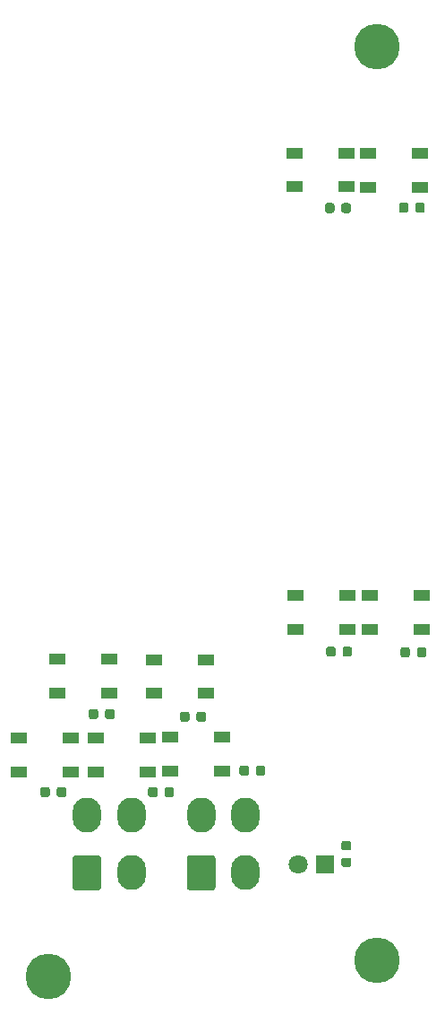
<source format=gbr>
%TF.GenerationSoftware,KiCad,Pcbnew,(5.1.10)-1*%
%TF.CreationDate,2021-11-16T18:42:01+11:00*%
%TF.ProjectId,GEN TIE PCB V2,47454e20-5449-4452-9050-43422056322e,rev?*%
%TF.SameCoordinates,Original*%
%TF.FileFunction,Soldermask,Top*%
%TF.FilePolarity,Negative*%
%FSLAX46Y46*%
G04 Gerber Fmt 4.6, Leading zero omitted, Abs format (unit mm)*
G04 Created by KiCad (PCBNEW (5.1.10)-1) date 2021-11-16 18:42:01*
%MOMM*%
%LPD*%
G01*
G04 APERTURE LIST*
%ADD10O,2.700000X3.300000*%
%ADD11R,1.500000X1.000000*%
%ADD12C,4.300000*%
%ADD13C,1.800000*%
%ADD14R,1.800000X1.800000*%
G04 APERTURE END LIST*
D10*
%TO.C,J1*%
X144662000Y-111848000D03*
X140462000Y-111848000D03*
X144662000Y-117348000D03*
G36*
G01*
X139112000Y-118746900D02*
X139112000Y-115949100D01*
G75*
G02*
X139363100Y-115698000I251100J0D01*
G01*
X141560900Y-115698000D01*
G75*
G02*
X141812000Y-115949100I0J-251100D01*
G01*
X141812000Y-118746900D01*
G75*
G02*
X141560900Y-118998000I-251100J0D01*
G01*
X139363100Y-118998000D01*
G75*
G02*
X139112000Y-118746900I0J251100D01*
G01*
G37*
%TD*%
%TO.C,J2*%
X133858000Y-111848000D03*
X129658000Y-111848000D03*
X133858000Y-117348000D03*
G36*
G01*
X128308000Y-118746900D02*
X128308000Y-115949100D01*
G75*
G02*
X128559100Y-115698000I251100J0D01*
G01*
X130756900Y-115698000D01*
G75*
G02*
X131008000Y-115949100I0J-251100D01*
G01*
X131008000Y-118746900D01*
G75*
G02*
X130756900Y-118998000I-251100J0D01*
G01*
X128559100Y-118998000D01*
G75*
G02*
X128308000Y-118746900I0J251100D01*
G01*
G37*
%TD*%
D11*
%TO.C,D8*%
X130482000Y-104648000D03*
X130482000Y-107848000D03*
X135382000Y-104648000D03*
X135382000Y-107848000D03*
%TD*%
%TO.C,D7*%
X123190000Y-104648000D03*
X123190000Y-107848000D03*
X128090000Y-104648000D03*
X128090000Y-107848000D03*
%TD*%
%TO.C,D6*%
X135980000Y-97206000D03*
X135980000Y-100406000D03*
X140880000Y-97206000D03*
X140880000Y-100406000D03*
%TD*%
%TO.C,C8*%
G36*
G01*
X136340000Y-109478000D02*
X136340000Y-109978000D01*
G75*
G02*
X136115000Y-110203000I-225000J0D01*
G01*
X135665000Y-110203000D01*
G75*
G02*
X135440000Y-109978000I0J225000D01*
G01*
X135440000Y-109478000D01*
G75*
G02*
X135665000Y-109253000I225000J0D01*
G01*
X136115000Y-109253000D01*
G75*
G02*
X136340000Y-109478000I0J-225000D01*
G01*
G37*
G36*
G01*
X137890000Y-109478000D02*
X137890000Y-109978000D01*
G75*
G02*
X137665000Y-110203000I-225000J0D01*
G01*
X137215000Y-110203000D01*
G75*
G02*
X136990000Y-109978000I0J225000D01*
G01*
X136990000Y-109478000D01*
G75*
G02*
X137215000Y-109253000I225000J0D01*
G01*
X137665000Y-109253000D01*
G75*
G02*
X137890000Y-109478000I0J-225000D01*
G01*
G37*
%TD*%
%TO.C,C1*%
G36*
G01*
X153717000Y-54824000D02*
X153717000Y-54324000D01*
G75*
G02*
X153942000Y-54099000I225000J0D01*
G01*
X154392000Y-54099000D01*
G75*
G02*
X154617000Y-54324000I0J-225000D01*
G01*
X154617000Y-54824000D01*
G75*
G02*
X154392000Y-55049000I-225000J0D01*
G01*
X153942000Y-55049000D01*
G75*
G02*
X153717000Y-54824000I0J225000D01*
G01*
G37*
G36*
G01*
X152167000Y-54824000D02*
X152167000Y-54324000D01*
G75*
G02*
X152392000Y-54099000I225000J0D01*
G01*
X152842000Y-54099000D01*
G75*
G02*
X153067000Y-54324000I0J-225000D01*
G01*
X153067000Y-54824000D01*
G75*
G02*
X152842000Y-55049000I-225000J0D01*
G01*
X152392000Y-55049000D01*
G75*
G02*
X152167000Y-54824000I0J225000D01*
G01*
G37*
%TD*%
%TO.C,C9*%
G36*
G01*
X144976000Y-107446000D02*
X144976000Y-107946000D01*
G75*
G02*
X144751000Y-108171000I-225000J0D01*
G01*
X144301000Y-108171000D01*
G75*
G02*
X144076000Y-107946000I0J225000D01*
G01*
X144076000Y-107446000D01*
G75*
G02*
X144301000Y-107221000I225000J0D01*
G01*
X144751000Y-107221000D01*
G75*
G02*
X144976000Y-107446000I0J-225000D01*
G01*
G37*
G36*
G01*
X146526000Y-107446000D02*
X146526000Y-107946000D01*
G75*
G02*
X146301000Y-108171000I-225000J0D01*
G01*
X145851000Y-108171000D01*
G75*
G02*
X145626000Y-107946000I0J225000D01*
G01*
X145626000Y-107446000D01*
G75*
G02*
X145851000Y-107221000I225000J0D01*
G01*
X146301000Y-107221000D01*
G75*
G02*
X146526000Y-107446000I0J-225000D01*
G01*
G37*
%TD*%
%TO.C,C7*%
G36*
G01*
X126804000Y-109978000D02*
X126804000Y-109478000D01*
G75*
G02*
X127029000Y-109253000I225000J0D01*
G01*
X127479000Y-109253000D01*
G75*
G02*
X127704000Y-109478000I0J-225000D01*
G01*
X127704000Y-109978000D01*
G75*
G02*
X127479000Y-110203000I-225000J0D01*
G01*
X127029000Y-110203000D01*
G75*
G02*
X126804000Y-109978000I0J225000D01*
G01*
G37*
G36*
G01*
X125254000Y-109978000D02*
X125254000Y-109478000D01*
G75*
G02*
X125479000Y-109253000I225000J0D01*
G01*
X125929000Y-109253000D01*
G75*
G02*
X126154000Y-109478000I0J-225000D01*
G01*
X126154000Y-109978000D01*
G75*
G02*
X125929000Y-110203000I-225000J0D01*
G01*
X125479000Y-110203000D01*
G75*
G02*
X125254000Y-109978000I0J225000D01*
G01*
G37*
%TD*%
%TO.C,C6*%
G36*
G01*
X140012000Y-102866000D02*
X140012000Y-102366000D01*
G75*
G02*
X140237000Y-102141000I225000J0D01*
G01*
X140687000Y-102141000D01*
G75*
G02*
X140912000Y-102366000I0J-225000D01*
G01*
X140912000Y-102866000D01*
G75*
G02*
X140687000Y-103091000I-225000J0D01*
G01*
X140237000Y-103091000D01*
G75*
G02*
X140012000Y-102866000I0J225000D01*
G01*
G37*
G36*
G01*
X138462000Y-102866000D02*
X138462000Y-102366000D01*
G75*
G02*
X138687000Y-102141000I225000J0D01*
G01*
X139137000Y-102141000D01*
G75*
G02*
X139362000Y-102366000I0J-225000D01*
G01*
X139362000Y-102866000D01*
G75*
G02*
X139137000Y-103091000I-225000J0D01*
G01*
X138687000Y-103091000D01*
G75*
G02*
X138462000Y-102866000I0J225000D01*
G01*
G37*
%TD*%
%TO.C,C5*%
G36*
G01*
X131376000Y-102612000D02*
X131376000Y-102112000D01*
G75*
G02*
X131601000Y-101887000I225000J0D01*
G01*
X132051000Y-101887000D01*
G75*
G02*
X132276000Y-102112000I0J-225000D01*
G01*
X132276000Y-102612000D01*
G75*
G02*
X132051000Y-102837000I-225000J0D01*
G01*
X131601000Y-102837000D01*
G75*
G02*
X131376000Y-102612000I0J225000D01*
G01*
G37*
G36*
G01*
X129826000Y-102612000D02*
X129826000Y-102112000D01*
G75*
G02*
X130051000Y-101887000I225000J0D01*
G01*
X130501000Y-101887000D01*
G75*
G02*
X130726000Y-102112000I0J-225000D01*
G01*
X130726000Y-102612000D01*
G75*
G02*
X130501000Y-102837000I-225000J0D01*
G01*
X130051000Y-102837000D01*
G75*
G02*
X129826000Y-102612000I0J225000D01*
G01*
G37*
%TD*%
%TO.C,C4*%
G36*
G01*
X160853000Y-96770000D02*
X160853000Y-96270000D01*
G75*
G02*
X161078000Y-96045000I225000J0D01*
G01*
X161528000Y-96045000D01*
G75*
G02*
X161753000Y-96270000I0J-225000D01*
G01*
X161753000Y-96770000D01*
G75*
G02*
X161528000Y-96995000I-225000J0D01*
G01*
X161078000Y-96995000D01*
G75*
G02*
X160853000Y-96770000I0J225000D01*
G01*
G37*
G36*
G01*
X159303000Y-96770000D02*
X159303000Y-96270000D01*
G75*
G02*
X159528000Y-96045000I225000J0D01*
G01*
X159978000Y-96045000D01*
G75*
G02*
X160203000Y-96270000I0J-225000D01*
G01*
X160203000Y-96770000D01*
G75*
G02*
X159978000Y-96995000I-225000J0D01*
G01*
X159528000Y-96995000D01*
G75*
G02*
X159303000Y-96770000I0J225000D01*
G01*
G37*
%TD*%
%TO.C,C3*%
G36*
G01*
X153827000Y-96714000D02*
X153827000Y-96214000D01*
G75*
G02*
X154052000Y-95989000I225000J0D01*
G01*
X154502000Y-95989000D01*
G75*
G02*
X154727000Y-96214000I0J-225000D01*
G01*
X154727000Y-96714000D01*
G75*
G02*
X154502000Y-96939000I-225000J0D01*
G01*
X154052000Y-96939000D01*
G75*
G02*
X153827000Y-96714000I0J225000D01*
G01*
G37*
G36*
G01*
X152277000Y-96714000D02*
X152277000Y-96214000D01*
G75*
G02*
X152502000Y-95989000I225000J0D01*
G01*
X152952000Y-95989000D01*
G75*
G02*
X153177000Y-96214000I0J-225000D01*
G01*
X153177000Y-96714000D01*
G75*
G02*
X152952000Y-96939000I-225000J0D01*
G01*
X152502000Y-96939000D01*
G75*
G02*
X152277000Y-96714000I0J225000D01*
G01*
G37*
%TD*%
%TO.C,C2*%
G36*
G01*
X160712000Y-54794000D02*
X160712000Y-54294000D01*
G75*
G02*
X160937000Y-54069000I225000J0D01*
G01*
X161387000Y-54069000D01*
G75*
G02*
X161612000Y-54294000I0J-225000D01*
G01*
X161612000Y-54794000D01*
G75*
G02*
X161387000Y-55019000I-225000J0D01*
G01*
X160937000Y-55019000D01*
G75*
G02*
X160712000Y-54794000I0J225000D01*
G01*
G37*
G36*
G01*
X159162000Y-54794000D02*
X159162000Y-54294000D01*
G75*
G02*
X159387000Y-54069000I225000J0D01*
G01*
X159837000Y-54069000D01*
G75*
G02*
X160062000Y-54294000I0J-225000D01*
G01*
X160062000Y-54794000D01*
G75*
G02*
X159837000Y-55019000I-225000J0D01*
G01*
X159387000Y-55019000D01*
G75*
G02*
X159162000Y-54794000I0J225000D01*
G01*
G37*
%TD*%
D12*
%TO.C,REF\u002A\u002A*%
X157102000Y-39344000D03*
%TD*%
%TO.C,REF\u002A\u002A*%
X125992000Y-127164000D03*
%TD*%
%TO.C,REF\u002A\u002A*%
X157112000Y-125574000D03*
%TD*%
D11*
%TO.C,D5*%
X126862000Y-97184000D03*
X126862000Y-100384000D03*
X131762000Y-97184000D03*
X131762000Y-100384000D03*
%TD*%
%TO.C,D2*%
X156252000Y-49384000D03*
X156252000Y-52584000D03*
X161152000Y-49384000D03*
X161152000Y-52584000D03*
%TD*%
%TO.C,D4*%
X156422000Y-91144000D03*
X156422000Y-94344000D03*
X161322000Y-91144000D03*
X161322000Y-94344000D03*
%TD*%
%TO.C,D1*%
X149292000Y-49374000D03*
X149292000Y-52574000D03*
X154192000Y-49374000D03*
X154192000Y-52574000D03*
%TD*%
%TO.C,D9*%
X137512000Y-104564000D03*
X137512000Y-107764000D03*
X142412000Y-104564000D03*
X142412000Y-107764000D03*
%TD*%
%TO.C,D3*%
X149372000Y-91144000D03*
X149372000Y-94344000D03*
X154272000Y-91144000D03*
X154272000Y-94344000D03*
%TD*%
D13*
%TO.C,D10*%
X149606000Y-116586000D03*
D14*
X152146000Y-116586000D03*
%TD*%
%TO.C,R1*%
G36*
G01*
X154434250Y-115220000D02*
X153921750Y-115220000D01*
G75*
G02*
X153703000Y-115001250I0J218750D01*
G01*
X153703000Y-114563750D01*
G75*
G02*
X153921750Y-114345000I218750J0D01*
G01*
X154434250Y-114345000D01*
G75*
G02*
X154653000Y-114563750I0J-218750D01*
G01*
X154653000Y-115001250D01*
G75*
G02*
X154434250Y-115220000I-218750J0D01*
G01*
G37*
G36*
G01*
X154434250Y-116795000D02*
X153921750Y-116795000D01*
G75*
G02*
X153703000Y-116576250I0J218750D01*
G01*
X153703000Y-116138750D01*
G75*
G02*
X153921750Y-115920000I218750J0D01*
G01*
X154434250Y-115920000D01*
G75*
G02*
X154653000Y-116138750I0J-218750D01*
G01*
X154653000Y-116576250D01*
G75*
G02*
X154434250Y-116795000I-218750J0D01*
G01*
G37*
%TD*%
M02*

</source>
